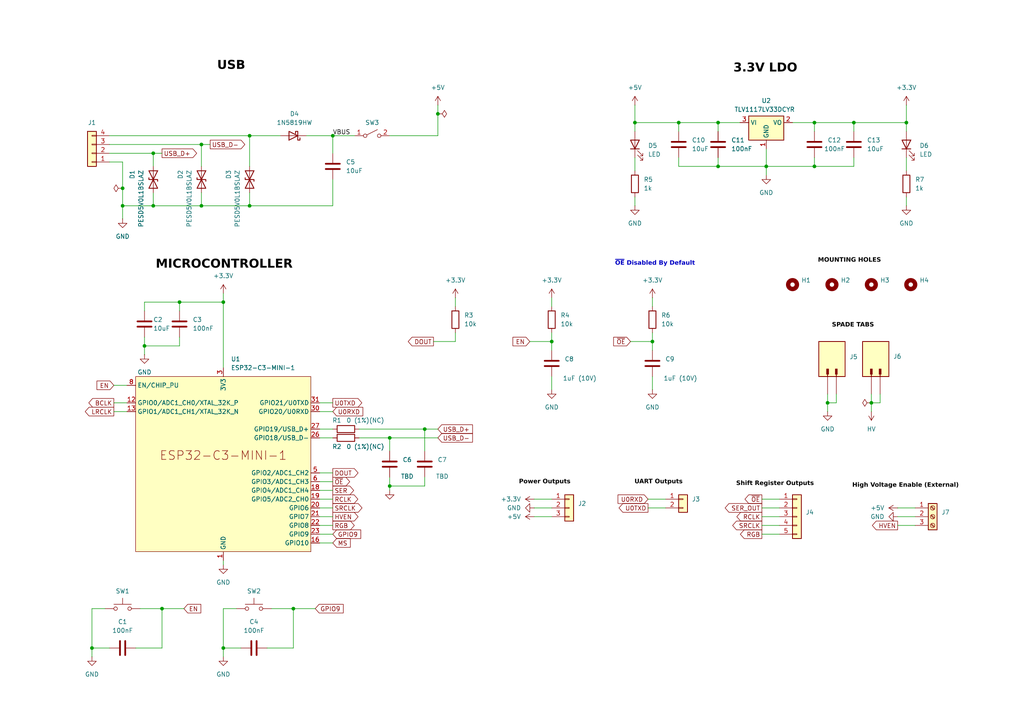
<source format=kicad_sch>
(kicad_sch (version 20231120) (generator "eeschema") (generator_version "8.0")
  (paper "A4")
  (title_block (date "2024-05-22") (company "Newell Jensen"))
  (lib_symbols
    (symbol "1287:1287" (pin_numbers hide) (pin_names (offset 1.016) hide)
      (property "Reference" "J" (at -5.08 5.842 0))
      (property "Value" "1287" (at -5.08 -5.08 0))
      (symbol "1287_0_0"
        (pin passive line (at -10.16 2.54 0) (length 5.08) (name "1_1") (number "1_1"))
        (pin passive line (at -10.16 0 0) (length 5.08) (name "1_2") (number "1_2"))
      )
    )
    (symbol "Connector:Screw_Terminal_01x03" (pin_names (offset 1.016) hide)
      (property "Reference" "J" (at 0 5.08 0))
      (property "Value" "Screw_Terminal_01x03" (at 0 -5.08 0))
      (symbol "Screw_Terminal_01x03_1_1"
        (pin passive line (at -5.08 2.54 0) (length 3.81) (name "Pin_1") (number "1"))
        (pin passive line (at -5.08 0 0) (length 3.81) (name "Pin_2") (number "2"))
        (pin passive line (at -5.08 -2.54 0) (length 3.81) (name "Pin_3") (number "3"))
      )
    )
    (symbol "Connector_Generic:Conn_01x02" (pin_names (offset 1.016) hide)
      (property "Reference" "J" (at 0 2.54 0))
      (property "Value" "Conn_01x02" (at 0 -5.08 0))
      (symbol "Conn_01x02_1_1"
        (pin passive line (at -5.08 0 0) (length 3.81) (name "Pin_1") (number "1"))
        (pin passive line (at -5.08 -2.54 0) (length 3.81) (name "Pin_2") (number "2"))
      )
    )
    (symbol "Connector_Generic:Conn_01x03" (pin_names (offset 1.016) hide)
      (property "Reference" "J" (at 0 5.08 0))
      (property "Value" "Conn_01x03" (at 0 -5.08 0))
      (symbol "Conn_01x03_1_1"
        (pin passive line (at -5.08 2.54 0) (length 3.81) (name "Pin_1") (number "1"))
        (pin passive line (at -5.08 0 0) (length 3.81) (name "Pin_2") (number "2"))
        (pin passive line (at -5.08 -2.54 0) (length 3.81) (name "Pin_3") (number "3"))
      )
    )
    (symbol "Connector_Generic:Conn_01x04" (pin_names (offset 1.016) hide)
      (property "Reference" "J" (at 0 5.08 0))
      (property "Value" "Conn_01x04" (at 0 -7.62 0))
      (symbol "Conn_01x04_1_1"
        (pin passive line (at -5.08 2.54 0) (length 3.81) (name "Pin_1") (number "1"))
        (pin passive line (at -5.08 0 0) (length 3.81) (name "Pin_2") (number "2"))
        (pin passive line (at -5.08 -2.54 0) (length 3.81) (name "Pin_3") (number "3"))
        (pin passive line (at -5.08 -5.08 0) (length 3.81) (name "Pin_4") (number "4"))
      )
    )
    (symbol "Connector_Generic:Conn_01x05" (pin_names (offset 1.016) hide)
      (property "Reference" "J" (at 0 7.62 0))
      (property "Value" "Conn_01x05" (at 0 -7.62 0))
      (symbol "Conn_01x05_1_1"
        (pin passive line (at -5.08 5.08 0) (length 3.81) (name "Pin_1") (number "1"))
        (pin passive line (at -5.08 2.54 0) (length 3.81) (name "Pin_2") (number "2"))
        (pin passive line (at -5.08 0 0) (length 3.81) (name "Pin_3") (number "3"))
        (pin passive line (at -5.08 -2.54 0) (length 3.81) (name "Pin_4") (number "4"))
        (pin passive line (at -5.08 -5.08 0) (length 3.81) (name "Pin_5") (number "5"))
      )
    )
    (symbol "Device:C" (pin_numbers hide) (pin_names (offset 0.254))
      (property "Reference" "C" (at 0.635 2.54 0))
      (property "Value" "C" (at 0.635 -2.54 0))
      (symbol "C_1_1"
        (pin passive line (at 0 3.81 270) (length 2.794) (name "~") (number "1"))
        (pin passive line (at 0 -3.81 90) (length 2.794) (name "~") (number "2"))
      )
    )
    (symbol "Device:D_TVS" (pin_numbers hide) (pin_names (offset 1.016) hide)
      (property "Reference" "D" (at 0 2.54 0))
      (property "Value" "D_TVS" (at 0 -2.54 0))
      (symbol "D_TVS_1_1"
        (pin passive line (at -3.81 0 0) (length 2.54) (name "A1") (number "1"))
        (pin passive line (at 3.81 0 180) (length 2.54) (name "A2") (number "2"))
      )
    )
    (symbol "Device:LED" (pin_numbers hide) (pin_names (offset 1.016) hide)
      (property "Reference" "D" (at 0 2.54 0))
      (property "Value" "LED" (at 0 -2.54 0))
      (symbol "LED_1_1"
        (pin passive line (at -3.81 0 0) (length 2.54) (name "K") (number "1"))
        (pin passive line (at 3.81 0 180) (length 2.54) (name "A") (number "2"))
      )
    )
    (symbol "Device:R" (pin_numbers hide) (pin_names (offset 0))
      (property "Reference" "R" (at 2.032 0 90))
      (property "Value" "R" (at 0 0 90))
      (symbol "R_1_1"
        (pin passive line (at 0 3.81 270) (length 1.27) (name "~") (number "1"))
        (pin passive line (at 0 -3.81 90) (length 1.27) (name "~") (number "2"))
      )
    )
    (symbol "Diode:1N5819WS" (pin_numbers hide) (pin_names (offset 1.016) hide)
      (property "Reference" "D" (at 0 2.54 0))
      (property "Value" "1N5819WS" (at 0 -2.54 0))
      (symbol "1N5819WS_1_1"
        (pin passive line (at -3.81 0 0) (length 2.54) (name "K") (number "1"))
        (pin passive line (at 3.81 0 180) (length 2.54) (name "A") (number "2"))
      )
    )
    (symbol "GND_1" (power) (pin_numbers hide) (pin_names (offset 0) hide)
      (property "Value" "GND" (at 0 -3.81 0))
      (symbol "GND_1_1_1"
        (pin power_in line (at 0 0 270) (length 0) (name "~") (number "1"))
      )
    )
    (symbol "LED_1" (pin_numbers hide) (pin_names (offset 1.016) hide)
      (property "Reference" "D" (at 0 2.54 0))
      (property "Value" "LED" (at 0 -2.54 0))
      (symbol "LED_1_1_1"
        (pin passive line (at -3.81 0 0) (length 2.54) (name "K") (number "1"))
        (pin passive line (at 3.81 0 180) (length 2.54) (name "A") (number "2"))
      )
    )
    (symbol "Mechanical:MountingHole" (pin_names (offset 1.016)) (exclude_from_sim yes) (in_bom no)
      (property "Reference" "H" (at 0 5.08 0))
      (property "Value" "MountingHole" (at 0 3.175 0))
    )
    (symbol "PCM_Espressif:ESP32-C3-MINI-1"
      (property "Reference" "U" (at -25.4 30.48 0))
      (property "Value" "ESP32-C3-MINI-1" (at -25.4 27.94 0))
      (symbol "ESP32-C3-MINI-1_0_0"
        (text "ESP32-C3-MINI-1" (at 0 2.54 0) (effects (font (size 2.54 2.54))))
      )
      (symbol "ESP32-C3-MINI-1_1_1"
        (pin power_in line (at 0 -27.94 90) (length 2.54) (name "GND") (number "1"))
        (pin no_connect line (at -25.4 2.54 0) (length 2.54) hide (name "NC") (number "10"))
        (pin passive line (at 0 -27.94 90) (length 2.54) hide (name "GND") (number "11"))
        (pin bidirectional line (at -27.94 17.78 0) (length 2.54) (name "GPIO0/ADC1_CH0/XTAL_32K_P") (number "12"))
        (pin bidirectional line (at -27.94 15.24 0) (length 2.54) (name "GPIO1/ADC1_CH1/XTAL_32K_N") (number "13"))
        (pin passive line (at 0 -27.94 90) (length 2.54) hide (name "GND") (number "14"))
        (pin no_connect line (at -25.4 0 0) (length 2.54) hide (name "NC") (number "15"))
        (pin bidirectional line (at 27.94 -22.86 180) (length 2.54) (name "GPIO10") (number "16"))
        (pin no_connect line (at -25.4 -2.54 0) (length 2.54) hide (name "NC") (number "17"))
        (pin bidirectional line (at 27.94 -7.62 180) (length 2.54) (name "GPIO4/ADC1_CH4") (number "18"))
        (pin bidirectional line (at 27.94 -10.16 180) (length 2.54) (name "GPIO5/ADC2_CH0") (number "19"))
        (pin passive line (at 0 -27.94 90) (length 2.54) hide (name "GND") (number "2"))
        (pin bidirectional line (at 27.94 -12.7 180) (length 2.54) (name "GPIO6") (number "20"))
        (pin bidirectional line (at 27.94 -15.24 180) (length 2.54) (name "GPIO7") (number "21"))
        (pin bidirectional line (at 27.94 -17.78 180) (length 2.54) (name "GPIO8") (number "22"))
        (pin bidirectional line (at 27.94 -20.32 180) (length 2.54) (name "GPIO9") (number "23"))
        (pin no_connect line (at -25.4 -5.08 0) (length 2.54) hide (name "NC") (number "24"))
        (pin no_connect line (at -25.4 -7.62 0) (length 2.54) hide (name "NC") (number "25"))
        (pin bidirectional line (at 27.94 7.62 180) (length 2.54) (name "GPIO18/USB_D-") (number "26"))
        (pin bidirectional line (at 27.94 10.16 180) (length 2.54) (name "GPIO19/USB_D+") (number "27"))
        (pin no_connect line (at -25.4 -10.16 0) (length 2.54) hide (name "NC") (number "28"))
        (pin no_connect line (at -25.4 -12.7 0) (length 2.54) hide (name "NC") (number "29"))
        (pin power_in line (at 0 27.94 270) (length 2.54) (name "3V3") (number "3"))
        (pin bidirectional line (at 27.94 15.24 180) (length 2.54) (name "GPIO20/U0RXD") (number "30"))
        (pin bidirectional line (at 27.94 17.78 180) (length 2.54) (name "GPIO21/U0TXD") (number "31"))
        (pin no_connect line (at -25.4 -15.24 0) (length 2.54) hide (name "NC") (number "32"))
        (pin no_connect line (at -25.4 -17.78 0) (length 2.54) hide (name "NC") (number "33"))
        (pin no_connect line (at -25.4 -20.32 0) (length 2.54) hide (name "NC") (number "34"))
        (pin no_connect line (at -25.4 -22.86 0) (length 2.54) hide (name "NC") (number "35"))
        (pin passive line (at 0 -27.94 90) (length 2.54) hide (name "GND") (number "36"))
        (pin passive line (at 0 -27.94 90) (length 2.54) hide (name "GND") (number "37"))
        (pin passive line (at 0 -27.94 90) (length 2.54) hide (name "GND") (number "38"))
        (pin passive line (at 0 -27.94 90) (length 2.54) hide (name "GND") (number "39"))
        (pin no_connect line (at -25.4 10.16 0) (length 2.54) hide (name "NC") (number "4"))
        (pin passive line (at 0 -27.94 90) (length 2.54) hide (name "GND") (number "40"))
        (pin passive line (at 0 -27.94 90) (length 2.54) hide (name "GND") (number "41"))
        (pin passive line (at 0 -27.94 90) (length 2.54) hide (name "GND") (number "42"))
        (pin passive line (at 0 -27.94 90) (length 2.54) hide (name "GND") (number "43"))
        (pin passive line (at 0 -27.94 90) (length 2.54) hide (name "GND") (number "44"))
        (pin passive line (at 0 -27.94 90) (length 2.54) hide (name "GND") (number "45"))
        (pin passive line (at 0 -27.94 90) (length 2.54) hide (name "GND") (number "46"))
        (pin passive line (at 0 -27.94 90) (length 2.54) hide (name "GND") (number "47"))
        (pin passive line (at 0 -27.94 90) (length 2.54) hide (name "GND") (number "48"))
        (pin passive line (at 0 -27.94 90) (length 2.54) hide (name "GND") (number "49"))
        (pin bidirectional line (at 27.94 -2.54 180) (length 2.54) (name "GPIO2/ADC1_CH2") (number "5"))
        (pin passive line (at 0 -27.94 90) (length 2.54) hide (name "GND") (number "50"))
        (pin passive line (at 0 -27.94 90) (length 2.54) hide (name "GND") (number "51"))
        (pin passive line (at 0 -27.94 90) (length 2.54) hide (name "GND") (number "52"))
        (pin passive line (at 0 -27.94 90) (length 2.54) hide (name "GND") (number "53"))
        (pin bidirectional line (at 27.94 -5.08 180) (length 2.54) (name "GPIO3/ADC1_CH3") (number "6"))
        (pin no_connect line (at -25.4 7.62 0) (length 2.54) hide (name "NC") (number "7"))
        (pin input line (at -27.94 22.86 0) (length 2.54) (name "EN/CHIP_PU") (number "8"))
        (pin no_connect line (at -25.4 5.08 0) (length 2.54) hide (name "NC") (number "9"))
      )
    )
    (symbol "Regulator_Linear:LD1117S33TR_SOT223"
      (property "Reference" "U" (at -3.81 3.175 0))
      (property "Value" "LD1117S33TR_SOT223" (at 0 3.175 0))
      (symbol "LD1117S33TR_SOT223_1_1"
        (pin power_in line (at 0 -7.62 90) (length 2.54) (name "GND") (number "1"))
        (pin power_out line (at 7.62 0 180) (length 2.54) (name "VO") (number "2"))
        (pin power_in line (at -7.62 0 0) (length 2.54) (name "VI") (number "3"))
      )
    )
    (symbol "Switch:SW_Push" (pin_numbers hide) (pin_names (offset 1.016) hide)
      (property "Reference" "SW" (at 1.27 2.54 0))
      (property "Value" "SW_Push" (at 0 -1.524 0))
      (symbol "SW_Push_0_1"
        (pin passive line (at -5.08 0 0) (length 2.54) (name "1") (number "1"))
        (pin passive line (at 5.08 0 180) (length 2.54) (name "2") (number "2"))
      )
    )
    (symbol "Switch:SW_SPST" (pin_names (offset 0) hide)
      (property "Reference" "SW" (at 0 3.175 0))
      (property "Value" "SW_SPST" (at 0 -2.54 0))
      (symbol "SW_SPST_1_1"
        (pin passive line (at -5.08 0 0) (length 2.54) (name "A") (number "1"))
        (pin passive line (at 5.08 0 180) (length 2.54) (name "B") (number "2"))
      )
    )
    (symbol "power:+3.3V" (power) (pin_numbers hide) (pin_names (offset 0) hide)
      (property "Value" "+3.3V" (at 0 3.556 0))
      (symbol "+3.3V_1_1"
        (pin power_in line (at 0 0 90) (length 0) (name "~") (number "1"))
      )
    )
    (symbol "power:+48V" (power) (pin_numbers hide) (pin_names (offset 0) hide)
      (property "Value" "+48V" (at 0 3.556 0))
      (symbol "+48V_1_1"
        (pin power_in line (at 0 0 90) (length 0) (name "~") (number "1"))
      )
    )
    (symbol "power:+5V" (power) (pin_numbers hide) (pin_names (offset 0) hide)
      (property "Value" "+5V" (at 0 3.556 0))
      (symbol "+5V_1_1"
        (pin power_in line (at 0 0 90) (length 0) (name "~") (number "1"))
      )
    )
    (symbol "power:GND" (power) (pin_numbers hide) (pin_names (offset 0) hide)
      (property "Value" "GND" (at 0 -3.81 0))
      (symbol "GND_1_1"
        (pin power_in line (at 0 0 270) (length 0) (name "~") (number "1"))
      )
    )
    (symbol "power:PWR_FLAG" (power) (pin_numbers hide) (pin_names (offset 0) hide)
      (property "Value" "PWR_FLAG" (at 0 3.81 0))
      (symbol "PWR_FLAG_0_0"
        (pin power_out line (at 0 0 90) (length 0) (name "~") (number "1"))
      )
    )
  )
  (junction (at 35.56 54.61))
  (junction (at 160.02 99.06))
  (junction (at 72.39 39.37))
  (junction (at 252.73 116.84))
  (junction (at 64.77 187.96))
  (junction (at 236.22 35.56))
  (junction (at 189.23 99.06))
  (junction (at 85.09 176.53))
  (junction (at 113.03 140.97))
  (junction (at 52.07 87.63))
  (junction (at 35.56 59.69))
  (junction (at 41.91 100.33))
  (junction (at 58.42 59.69))
  (junction (at 72.39 59.69))
  (junction (at 113.03 127))
  (junction (at 236.22 48.26))
  (junction (at 240.03 116.84))
  (junction (at 96.52 39.37))
  (junction (at 26.67 187.96))
  (junction (at 184.15 35.56))
  (junction (at 58.42 41.91))
  (junction (at 208.28 35.56))
  (junction (at 262.89 35.56))
  (junction (at 44.45 44.45))
  (junction (at 196.85 35.56))
  (junction (at 123.19 124.46))
  (junction (at 247.65 35.56))
  (junction (at 127 33.02))
  (junction (at 46.99 176.53))
  (junction (at 222.25 48.26))
  (junction (at 208.28 48.26))
  (junction (at 64.77 87.63))
  (junction (at 44.45 59.69))
  (wire (pts (xy 184.15 57.15) (xy 184.15 59.69)))
  (wire (pts (xy 222.25 48.26) (xy 236.22 48.26)))
  (wire (pts (xy 236.22 48.26) (xy 247.65 48.26)))
  (wire (pts (xy 262.89 35.56) (xy 262.89 38.1)))
  (wire (pts (xy 41.91 100.33) (xy 41.91 102.87)))
  (wire (pts (xy 220.98 144.78) (xy 226.06 144.78)))
  (wire (pts (xy 33.02 119.38) (xy 36.83 119.38)))
  (wire (pts (xy 40.64 176.53) (xy 46.99 176.53)))
  (wire (pts (xy 72.39 39.37) (xy 81.28 39.37)))
  (wire (pts (xy 196.85 48.26) (xy 208.28 48.26)))
  (wire (pts (xy 222.25 43.18) (xy 222.25 48.26)))
  (wire (pts (xy 72.39 59.69) (xy 96.52 59.69)))
  (wire (pts (xy 187.96 147.32) (xy 193.04 147.32)))
  (wire (pts (xy 85.09 176.53) (xy 91.44 176.53)))
  (wire (pts (xy 153.67 99.06) (xy 160.02 99.06)))
  (wire (pts (xy 104.14 127) (xy 113.03 127)))
  (wire (pts (xy 220.98 154.94) (xy 226.06 154.94)))
  (wire (pts (xy 92.71 124.46) (xy 96.52 124.46)))
  (wire (pts (xy 92.71 127) (xy 96.52 127)))
  (wire (pts (xy 154.94 144.78) (xy 160.02 144.78)))
  (wire (pts (xy 189.23 96.52) (xy 189.23 99.06)))
  (wire (pts (xy 33.02 111.76) (xy 36.83 111.76)))
  (wire (pts (xy 240.03 116.84) (xy 240.03 119.38)))
  (wire (pts (xy 92.71 154.94) (xy 96.52 154.94)))
  (wire (pts (xy 68.58 176.53) (xy 64.77 176.53)))
  (wire (pts (xy 31.75 44.45) (xy 44.45 44.45)))
  (wire (pts (xy 92.71 147.32) (xy 96.52 147.32)))
  (wire (pts (xy 64.77 176.53) (xy 64.77 187.96)))
  (wire (pts (xy 77.47 187.96) (xy 85.09 187.96)))
  (wire (pts (xy 247.65 35.56) (xy 262.89 35.56)))
  (wire (pts (xy 189.23 86.36) (xy 189.23 88.9)))
  (wire (pts (xy 132.08 86.36) (xy 132.08 88.9)))
  (wire (pts (xy 31.75 39.37) (xy 72.39 39.37)))
  (wire (pts (xy 72.39 39.37) (xy 72.39 48.26)))
  (wire (pts (xy 64.77 85.09) (xy 64.77 87.63)))
  (wire (pts (xy 184.15 35.56) (xy 196.85 35.56)))
  (wire (pts (xy 92.71 119.38) (xy 96.52 119.38)))
  (wire (pts (xy 208.28 48.26) (xy 222.25 48.26)))
  (wire (pts (xy 222.25 48.26) (xy 222.25 50.8)))
  (wire (pts (xy 44.45 44.45) (xy 46.99 44.45)))
  (wire (pts (xy 262.89 30.48) (xy 262.89 35.56)))
  (wire (pts (xy 184.15 35.56) (xy 184.15 38.1)))
  (wire (pts (xy 160.02 99.06) (xy 160.02 101.6)))
  (wire (pts (xy 64.77 87.63) (xy 64.77 106.68)))
  (wire (pts (xy 52.07 97.79) (xy 52.07 100.33)))
  (wire (pts (xy 104.14 124.46) (xy 123.19 124.46)))
  (wire (pts (xy 26.67 187.96) (xy 26.67 190.5)))
  (wire (pts (xy 160.02 96.52) (xy 160.02 99.06)))
  (wire (pts (xy 58.42 59.69) (xy 72.39 59.69)))
  (wire (pts (xy 127 30.48) (xy 127 33.02)))
  (wire (pts (xy 247.65 35.56) (xy 247.65 38.1)))
  (wire (pts (xy 123.19 124.46) (xy 127 124.46)))
  (wire (pts (xy 44.45 59.69) (xy 58.42 59.69)))
  (wire (pts (xy 236.22 35.56) (xy 236.22 38.1)))
  (wire (pts (xy 196.85 35.56) (xy 208.28 35.56)))
  (wire (pts (xy 26.67 176.53) (xy 26.67 187.96)))
  (wire (pts (xy 247.65 45.72) (xy 247.65 48.26)))
  (wire (pts (xy 160.02 86.36) (xy 160.02 88.9)))
  (wire (pts (xy 85.09 187.96) (xy 85.09 176.53)))
  (wire (pts (xy 123.19 124.46) (xy 123.19 130.81)))
  (wire (pts (xy 262.89 57.15) (xy 262.89 59.69)))
  (wire (pts (xy 96.52 39.37) (xy 96.52 44.45)))
  (wire (pts (xy 92.71 157.48) (xy 96.52 157.48)))
  (wire (pts (xy 46.99 187.96) (xy 46.99 176.53)))
  (wire (pts (xy 52.07 87.63) (xy 64.77 87.63)))
  (wire (pts (xy 72.39 55.88) (xy 72.39 59.69)))
  (wire (pts (xy 44.45 55.88) (xy 44.45 59.69)))
  (wire (pts (xy 58.42 41.91) (xy 58.42 48.26)))
  (wire (pts (xy 41.91 87.63) (xy 52.07 87.63)))
  (wire (pts (xy 92.71 139.7) (xy 96.52 139.7)))
  (wire (pts (xy 35.56 59.69) (xy 35.56 63.5)))
  (wire (pts (xy 189.23 99.06) (xy 189.23 101.6)))
  (wire (pts (xy 92.71 116.84) (xy 96.52 116.84)))
  (wire (pts (xy 242.57 114.3) (xy 242.57 116.84)))
  (wire (pts (xy 92.71 137.16) (xy 96.52 137.16)))
  (wire (pts (xy 31.75 41.91) (xy 58.42 41.91)))
  (wire (pts (xy 58.42 55.88) (xy 58.42 59.69)))
  (wire (pts (xy 41.91 87.63) (xy 41.91 90.17)))
  (wire (pts (xy 41.91 97.79) (xy 41.91 100.33)))
  (wire (pts (xy 52.07 100.33) (xy 41.91 100.33)))
  (wire (pts (xy 220.98 152.4) (xy 226.06 152.4)))
  (wire (pts (xy 154.94 147.32) (xy 160.02 147.32)))
  (wire (pts (xy 160.02 109.22) (xy 160.02 113.03)))
  (wire (pts (xy 184.15 30.48) (xy 184.15 35.56)))
  (wire (pts (xy 123.19 140.97) (xy 113.03 140.97)))
  (wire (pts (xy 46.99 176.53) (xy 53.34 176.53)))
  (wire (pts (xy 92.71 149.86) (xy 96.52 149.86)))
  (wire (pts (xy 189.23 109.22) (xy 189.23 113.03)))
  (wire (pts (xy 64.77 162.56) (xy 64.77 163.83)))
  (wire (pts (xy 35.56 59.69) (xy 44.45 59.69)))
  (wire (pts (xy 240.03 114.3) (xy 240.03 116.84)))
  (wire (pts (xy 31.75 46.99) (xy 35.56 46.99)))
  (wire (pts (xy 260.35 149.86) (xy 265.43 149.86)))
  (wire (pts (xy 208.28 35.56) (xy 208.28 38.1)))
  (wire (pts (xy 125.73 99.06) (xy 132.08 99.06)))
  (wire (pts (xy 127 39.37) (xy 127 33.02)))
  (wire (pts (xy 220.98 149.86) (xy 226.06 149.86)))
  (wire (pts (xy 187.96 144.78) (xy 193.04 144.78)))
  (wire (pts (xy 240.03 116.84) (xy 242.57 116.84)))
  (wire (pts (xy 123.19 138.43) (xy 123.19 140.97)))
  (wire (pts (xy 208.28 45.72) (xy 208.28 48.26)))
  (wire (pts (xy 208.28 35.56) (xy 214.63 35.56)))
  (wire (pts (xy 255.27 114.3) (xy 255.27 116.84)))
  (wire (pts (xy 64.77 187.96) (xy 69.85 187.96)))
  (wire (pts (xy 96.52 39.37) (xy 102.87 39.37)))
  (wire (pts (xy 236.22 35.56) (xy 247.65 35.56)))
  (wire (pts (xy 35.56 54.61) (xy 35.56 59.69)))
  (wire (pts (xy 113.03 138.43) (xy 113.03 140.97)))
  (wire (pts (xy 58.42 41.91) (xy 60.96 41.91)))
  (wire (pts (xy 113.03 140.97) (xy 113.03 142.24)))
  (wire (pts (xy 52.07 87.63) (xy 52.07 90.17)))
  (wire (pts (xy 44.45 44.45) (xy 44.45 48.26)))
  (wire (pts (xy 196.85 35.56) (xy 196.85 38.1)))
  (wire (pts (xy 33.02 116.84) (xy 36.83 116.84)))
  (wire (pts (xy 64.77 187.96) (xy 64.77 190.5)))
  (wire (pts (xy 26.67 187.96) (xy 31.75 187.96)))
  (wire (pts (xy 92.71 152.4) (xy 96.52 152.4)))
  (wire (pts (xy 196.85 45.72) (xy 196.85 48.26)))
  (wire (pts (xy 252.73 114.3) (xy 252.73 116.84)))
  (wire (pts (xy 184.15 45.72) (xy 184.15 49.53)))
  (wire (pts (xy 132.08 96.52) (xy 132.08 99.06)))
  (wire (pts (xy 113.03 127) (xy 127 127)))
  (wire (pts (xy 92.71 144.78) (xy 96.52 144.78)))
  (wire (pts (xy 96.52 52.07) (xy 96.52 59.69)))
  (wire (pts (xy 78.74 176.53) (xy 85.09 176.53)))
  (wire (pts (xy 35.56 46.99) (xy 35.56 54.61)))
  (wire (pts (xy 160.02 149.86) (xy 154.94 149.86)))
  (wire (pts (xy 30.48 176.53) (xy 26.67 176.53)))
  (wire (pts (xy 236.22 45.72) (xy 236.22 48.26)))
  (wire (pts (xy 265.43 147.32) (xy 260.35 147.32)))
  (wire (pts (xy 182.88 99.06) (xy 189.23 99.06)))
  (wire (pts (xy 252.73 116.84) (xy 252.73 119.38)))
  (wire (pts (xy 262.89 45.72) (xy 262.89 49.53)))
  (wire (pts (xy 229.87 35.56) (xy 236.22 35.56)))
  (wire (pts (xy 255.27 116.84) (xy 252.73 116.84)))
  (wire (pts (xy 113.03 39.37) (xy 127 39.37)))
  (wire (pts (xy 88.9 39.37) (xy 96.52 39.37)))
  (wire (pts (xy 260.35 152.4) (xy 265.43 152.4)))
  (wire (pts (xy 113.03 127) (xy 113.03 130.81)))
  (wire (pts (xy 92.71 142.24) (xy 96.52 142.24)))
  (wire (pts (xy 39.37 187.96) (xy 46.99 187.96)))
  (wire (pts (xy 220.98 147.32) (xy 226.06 147.32)))
  (text "USB" (at 67.056 19.812 0) (effects (font (size 2.54 2.54) (thickness 0.508) (bold yes))))
  (text "3.3V LDO" (at 221.996 20.574 0) (effects (font (size 2.54 2.54) (thickness 0.508) (bold yes))))
  (text "SPADE TABS" (at 247.396 94.742 0) (effects (font (size 1.27 1.27) (thickness 0.508) (bold yes))))
  (text "High Voltage Enable (External)" (at 262.636 141.224 0) (effects (font (size 1.27 1.27) (thickness 0.508) (bold yes))))
  (text "MOUNTING HOLES" (at 246.38 75.946 0) (effects (font (size 1.27 1.27) (thickness 0.508) (bold yes))))
  (text "Shift Register Outputs" (at 224.79 140.716 0) (effects (font (size 1.27 1.27) (thickness 0.508) (bold yes))))
  (text "Power Outputs" (at 157.988 140.208 0) (effects (font (size 1.27 1.27) (thickness 0.508) (bold yes))))
  (text "UART Outputs" (at 191.008 140.208 0) (effects (font (size 1.27 1.27) (thickness 0.508) (bold yes))))
  (text "MICROCONTROLLER" (at 65.024 77.47 0) (effects (font (size 2.54 2.54) (thickness 0.508) (bold yes))))
  (text "~{OE} Disabled By Default" (at 189.992 76.962 0) (effects (font (size 1.27 1.27) (thickness 0.254) (bold yes))))
  (label "VBUS" (at 96.52 39.37 0))
  (global_label "GPIO9" (shape input) (at 91.44 176.53 0) (property "Intersheetrefs" "${INTERSHEET_REFS}" (effects (hide yes))))
  (global_label "USB_D+" (shape output) (at 46.99 44.45 0) (property "Intersheetrefs" "${INTERSHEET_REFS}" (effects (hide yes))))
  (global_label "~{OE}" (shape input) (at 182.88 99.06 180) (property "Intersheetrefs" "${INTERSHEET_REFS}" (effects (hide yes))))
  (global_label "SRCLK" (shape output) (at 220.98 152.4 180) (property "Intersheetrefs" "${INTERSHEET_REFS}" (effects (hide yes))))
  (global_label "DOUT" (shape output) (at 96.52 137.16 0) (property "Intersheetrefs" "${INTERSHEET_REFS}" (effects (hide yes))))
  (global_label "EN" (shape input) (at 53.34 176.53 0) (property "Intersheetrefs" "${INTERSHEET_REFS}" (effects (hide yes))))
  (global_label "LRCLK" (shape output) (at 33.02 119.38 180) (property "Intersheetrefs" "${INTERSHEET_REFS}" (effects (hide yes))))
  (global_label "USB_D-" (shape output) (at 60.96 41.91 0) (property "Intersheetrefs" "${INTERSHEET_REFS}" (effects (hide yes))))
  (global_label "USB_D+" (shape input) (at 127 124.46 0) (property "Intersheetrefs" "${INTERSHEET_REFS}" (effects (hide yes))))
  (global_label "SER" (shape output) (at 96.52 142.24 0) (property "Intersheetrefs" "${INTERSHEET_REFS}" (effects (hide yes))))
  (global_label "GPIO9" (shape input) (at 96.52 154.94 0) (property "Intersheetrefs" "${INTERSHEET_REFS}" (effects (hide yes))))
  (global_label "USB_D-" (shape input) (at 127 127 0) (property "Intersheetrefs" "${INTERSHEET_REFS}" (effects (hide yes))))
  (global_label "BCLK" (shape output) (at 33.02 116.84 180) (property "Intersheetrefs" "${INTERSHEET_REFS}" (effects (hide yes))))
  (global_label "U0TXD" (shape output) (at 96.52 116.84 0) (property "Intersheetrefs" "${INTERSHEET_REFS}" (effects (hide yes))))
  (global_label "RCLK" (shape output) (at 96.52 144.78 0) (property "Intersheetrefs" "${INTERSHEET_REFS}" (effects (hide yes))))
  (global_label "~{OE}" (shape output) (at 96.52 139.7 0) (property "Intersheetrefs" "${INTERSHEET_REFS}" (effects (hide yes))))
  (global_label "HVEN" (shape output) (at 260.35 152.4 180) (property "Intersheetrefs" "${INTERSHEET_REFS}" (effects (hide yes))))
  (global_label "RCLK" (shape output) (at 220.98 149.86 180) (property "Intersheetrefs" "${INTERSHEET_REFS}" (effects (hide yes))))
  (global_label "U0RXD" (shape input) (at 187.96 144.78 180) (property "Intersheetrefs" "${INTERSHEET_REFS}" (effects (hide yes))))
  (global_label "U0RXD" (shape input) (at 96.52 119.38 0) (property "Intersheetrefs" "${INTERSHEET_REFS}" (effects (hide yes))))
  (global_label "EN" (shape input) (at 153.67 99.06 180) (property "Intersheetrefs" "${INTERSHEET_REFS}" (effects (hide yes))))
  (global_label "MS" (shape input) (at 96.52 157.48 0) (property "Intersheetrefs" "${INTERSHEET_REFS}" (effects (hide yes))))
  (global_label "RGB" (shape output) (at 96.52 152.4 0) (property "Intersheetrefs" "${INTERSHEET_REFS}" (effects (hide yes))))
  (global_label "RGB" (shape output) (at 220.98 154.94 180) (property "Intersheetrefs" "${INTERSHEET_REFS}" (effects (hide yes))))
  (global_label "U0TXD" (shape output) (at 187.96 147.32 180) (property "Intersheetrefs" "${INTERSHEET_REFS}" (effects (hide yes))))
  (global_label "SER_OUT" (shape output) (at 220.98 147.32 180) (property "Intersheetrefs" "${INTERSHEET_REFS}" (effects (hide yes))))
  (global_label "DOUT" (shape output) (at 125.73 99.06 180) (property "Intersheetrefs" "${INTERSHEET_REFS}" (effects (hide yes))))
  (global_label "SRCLK" (shape output) (at 96.52 147.32 0) (property "Intersheetrefs" "${INTERSHEET_REFS}" (effects (hide yes))))
  (global_label "~{OE}" (shape output) (at 220.98 144.78 180) (property "Intersheetrefs" "${INTERSHEET_REFS}" (effects (hide yes))))
  (global_label "HVEN" (shape output) (at 96.52 149.86 0) (property "Intersheetrefs" "${INTERSHEET_REFS}" (effects (hide yes))))
  (global_label "EN" (shape input) (at 33.02 111.76 180) (property "Intersheetrefs" "${INTERSHEET_REFS}" (effects (hide yes))))
  (symbol (lib_id "Device:C") (at 189.23 105.41 180) (unit 1)
    (property "Reference" "C9" (at 194.31 104.14 0))
    (property "Value" "1uF (10V)" (at 197.358 109.728 0))
    (property "Footprint" "Capacitor_SMD:C_0805_2012Metric_Pad1.18x1.45mm_HandSolder" (effects (hide yes)))
    (property "Description" "Unpolarized capacitor" (effects (hide yes)))
    (property "Manufacturer_Part_Number" "GRM21BR71C105KA01L" (effects (hide yes)))
    (instances (project "clock" (path "" (reference "C9") (unit 1))) (project "controller" (path "" (reference "C?") (unit 1))))
  )
  (symbol (lib_id "Connector_Generic:Conn_01x05") (at 231.14 149.86 0) (unit 1)
    (property "Reference" "J4" (at 233.68 148.5899 0) (effects (justify left)))
    (property "Value" "Conn_01x05" (effects (hide yes)))
    (property "Footprint" "Connector_PinHeader_2.54mm:PinHeader_1x05_P2.54mm_Vertical" (effects (hide yes)))
    (property "Description" "Generic connector, single row, 01x05, script generated (kicad-library-utils/schlib/autogen/connector/)" (effects (hide yes)))
    (instances (project "clock" (path "" (reference "J4") (unit 1))) (project "controller" (path "" (reference "J?") (unit 1))))
  )
  (symbol (lib_id "Device:C") (at 35.56 187.96 270) (unit 1)
    (property "Reference" "C1" (at 35.56 180.34 90))
    (property "Value" "100nF" (at 35.56 182.88 90))
    (property "Footprint" "Capacitor_SMD:C_0805_2012Metric_Pad1.18x1.45mm_HandSolder" (effects (hide yes)))
    (property "Description" "Unpolarized capacitor" (effects (hide yes)))
    (property "Manufacturer_Part_Number" "CC0805JRX7R9BB104" (effects (hide yes)))
    (instances (project "clock" (path "" (reference "C1") (unit 1))) (project "controller" (path "" (reference "C?") (unit 1))))
  )
  (symbol (lib_id "Device:R") (at 100.33 124.46 90) (unit 1)
    (property "Reference" "R1" (at 99.0599 121.92 90) (effects (justify left)))
    (property "Value" "0 (1%)(NC)" (at 111.506 121.92 90) (effects (justify left)))
    (property "Footprint" "Resistor_SMD:R_0805_2012Metric_Pad1.20x1.40mm_HandSolder" (effects (hide yes)))
    (property "Description" "Resistor" (effects (hide yes)))
    (property "Manufacturer_Part_Number" "RC0805FR-130RL" (effects (hide yes)))
    (instances (project "clock" (path "" (reference "R1") (unit 1))) (project "controller" (path "" (reference "R?") (unit 1))))
  )
  (symbol (lib_id "power:GND") (at 26.67 190.5 0) (unit 1)
    (property "Reference" "#PWR01" (effects (hide yes)))
    (property "Value" "GND" (at 26.67 195.58 0))
    (property "Description" "Power symbol creates a global label with name \"GND\" , ground" (effects (hide yes)))
  )
  (symbol (lib_id "Mechanical:MountingHole") (at 252.73 82.55 0) (unit 1) (exclude_from_sim yes) (in_bom no)
    (property "Reference" "H3" (at 255.27 81.2799 0) (effects (justify left)))
    (property "Value" "MountingHole" (effects (hide yes)))
    (property "Footprint" "MountingHole:MountingHole_3.2mm_M3_ISO7380_Pad_TopBottom" (effects (hide yes)))
    (property "Description" "Mounting Hole without connection" (effects (hide yes)))
  )
  (symbol (lib_id "Device:R") (at 132.08 92.71 0) (unit 1)
    (property "Reference" "R3" (at 134.62 91.4399 0) (effects (justify left)))
    (property "Value" "10k" (at 134.62 93.9799 0) (effects (justify left)))
    (property "Footprint" "Resistor_SMD:R_0805_2012Metric_Pad1.20x1.40mm_HandSolder" (effects (hide yes)))
    (property "Description" "Resistor" (effects (hide yes)))
    (property "Manufacturer_Part_Number" "RC0805FR-0710KL" (effects (hide yes)))
    (instances (project "clock" (path "" (reference "R3") (unit 1))) (project "controller" (path "" (reference "R?") (unit 1))))
  )
  (symbol (lib_id "Device:C") (at 160.02 105.41 180) (unit 1)
    (property "Reference" "C8" (at 165.1 104.14 0))
    (property "Value" "1uF (10V)" (at 168.148 109.728 0))
    (property "Footprint" "Capacitor_SMD:C_0805_2012Metric_Pad1.18x1.45mm_HandSolder" (effects (hide yes)))
    (property "Description" "Unpolarized capacitor" (effects (hide yes)))
    (property "Manufacturer_Part_Number" "GRM21BR71C105KA01L" (effects (hide yes)))
    (instances (project "clock" (path "" (reference "C8") (unit 1))) (project "controller" (path "" (reference "C?") (unit 1))))
  )
  (symbol (lib_id "power:PWR_FLAG") (at 35.56 54.61 90) (unit 1)
    (property "Reference" "#FLG01" (effects (hide yes)))
    (property "Value" "PWR_FLAG" (effects (hide yes)))
    (property "Description" "Special symbol for telling ERC where power comes from" (effects (hide yes)))
  )
  (symbol (lib_id "power:+5V") (at 184.15 30.48 0) (unit 1)
    (property "Reference" "#PWR015" (effects (hide yes)))
    (property "Value" "+5V" (at 184.15 25.4 0))
    (property "Description" "Power symbol creates a global label with name \"+5V\"" (effects (hide yes)))
  )
  (symbol (lib_id "Connector_Generic:Conn_01x03") (at 165.1 147.32 0) (unit 1)
    (property "Reference" "J2" (at 167.64 146.0499 0) (effects (justify left)))
    (property "Value" "Conn_01x03" (effects (hide yes)))
    (property "Footprint" "Connector_PinHeader_2.54mm:PinHeader_1x03_P2.54mm_Vertical" (effects (hide yes)))
    (property "Description" "Generic connector, single row, 01x03, script generated (kicad-library-utils/schlib/autogen/connector/)" (effects (hide yes)))
  )
  (symbol (lib_id "Device:D_TVS") (at 44.45 52.07 270) (unit 1)
    (property "Reference" "D1" (at 38.354 49.276 0) (effects (justify left)))
    (property "Value" "PESD5V0L1BSLAZ" (at 40.894 49.276 0) (effects (justify left)))
    (property "Footprint" "Diode_SMD:D_SOD-882" (effects (hide yes)))
    (property "Datasheet" "https://www.mouser.com/datasheet/2/916/PESD5V0L1BSL-2909958.pdf" (effects (hide yes)))
    (property "Description" "Bidirectional transient-voltage-suppression diode" (effects (hide yes)))
    (property "Manufacturer_Part_Number" "PESD5V0L1BSLAZ" (effects (hide yes)))
  )
  (symbol (lib_id "power:GND") (at 35.56 63.5 0) (unit 1)
    (property "Reference" "#PWR02" (effects (hide yes)))
    (property "Value" "GND" (at 35.56 68.58 0))
    (property "Description" "Power symbol creates a global label with name \"GND\" , ground" (effects (hide yes)))
  )
  (symbol (lib_id "power:GND") (at 64.77 163.83 0) (unit 1)
    (property "Reference" "#PWR05" (effects (hide yes)))
    (property "Value" "GND" (at 64.77 168.91 0))
    (property "Description" "Power symbol creates a global label with name \"GND\" , ground" (effects (hide yes)))
  )
  (symbol (lib_id "power:GND") (at 64.77 190.5 0) (unit 1)
    (property "Reference" "#PWR06" (effects (hide yes)))
    (property "Value" "GND" (at 64.77 195.58 0))
    (property "Description" "Power symbol creates a global label with name \"GND\" , ground" (effects (hide yes)))
  )
  (symbol (lib_id "Device:C") (at 123.19 134.62 180) (unit 1)
    (property "Reference" "C7" (at 128.27 133.35 0))
    (property "Value" "TBD" (at 128.27 138.176 0))
    (property "Footprint" "Capacitor_SMD:C_0805_2012Metric_Pad1.18x1.45mm_HandSolder" (effects (hide yes)))
    (property "Description" "Unpolarized capacitor" (effects (hide yes)))
    (instances (project "clock" (path "" (reference "C7") (unit 1))) (project "controller" (path "" (reference "C?") (unit 1))))
  )
  (symbol (lib_id "Device:R") (at 262.89 53.34 0) (unit 1)
    (property "Reference" "R7" (at 265.43 52.0699 0) (effects (justify left)))
    (property "Value" "1k" (at 265.43 54.6099 0) (effects (justify left)))
    (property "Footprint" "Resistor_SMD:R_0805_2012Metric_Pad1.20x1.40mm_HandSolder" (effects (hide yes)))
    (property "Description" "Resistor" (effects (hide yes)))
    (property "Manufacturer_Part_Number" "RC0805FR-071KL" (effects (hide yes)))
  )
  (symbol (lib_id "power:GND") (at 41.91 102.87 0) (unit 1)
    (property "Reference" "#PWR03" (effects (hide yes)))
    (property "Value" "GND" (at 41.91 107.95 0))
    (property "Description" "Power symbol creates a global label with name \"GND\" , ground" (effects (hide yes)))
  )
  (symbol (lib_id "power:PWR_FLAG") (at 127 33.02 270) (unit 1)
    (property "Reference" "#FLG02" (effects (hide yes)))
    (property "Value" "PWR_FLAG" (effects (hide yes)))
    (property "Description" "Special symbol for telling ERC where power comes from" (effects (hide yes)))
  )
  (symbol (lib_id "Device:C") (at 208.28 41.91 0) (unit 1)
    (property "Reference" "C11" (at 212.09 40.6399 0) (effects (justify left)))
    (property "Value" "100nF" (at 212.09 43.1799 0) (effects (justify left)))
    (property "Footprint" "Capacitor_SMD:C_0805_2012Metric_Pad1.18x1.45mm_HandSolder" (effects (hide yes)))
    (property "Description" "Unpolarized capacitor" (effects (hide yes)))
    (property "Manufacturer_Part_Number" "CC0805JRX7R9BB104" (effects (hide yes)))
  )
  (symbol (lib_id "1287:1287") (at 255.27 104.14 90) (unit 1)
    (property "Reference" "J6" (at 259.08 103.378 90) (effects (justify right)))
    (property "Footprint" "1287:KEYSTONE_1287" (effects (hide yes)))
    (property "PARTREV" "F" (effects (hide yes)))
    (property "STANDARD" "Manufacturer Recommendations" (effects (hide yes)))
    (property "SNAPEDA_PN" "1287" (effects (hide yes)))
    (property "MAXIMUM_PACKAGE_HEIGHT" "14.02mm" (effects (hide yes)))
    (property "MANUFACTURER" "Keystone" (effects (hide yes)))
  )
  (symbol (lib_id "Switch:SW_Push") (at 35.56 176.53 0) (unit 1)
    (property "Reference" "SW1" (at 35.56 171.45 0))
    (property "Value" "SW_Push" (effects (hide yes)))
    (property "Footprint" "Button_Switch_SMD:SW_Tactile_SPST_NO_Straight_CK_PTS636Sx25SMTRLFS" (effects (hide yes)))
    (property "Description" "Push button switch, generic, two pins" (effects (hide yes)))
  )
  (symbol (lib_id "power:GND") (at 154.94 147.32 270) (unit 1)
    (property "Reference" "#PWR010" (effects (hide yes)))
    (property "Value" "GND" (at 151.13 147.3199 90) (effects (justify right)))
    (property "Description" "Power symbol creates a global label with name \"GND\" , ground" (effects (hide yes)))
  )
  (symbol (lib_id "power:GND") (at 240.03 119.38 0) (unit 1)
    (property "Reference" "#PWR0126" (effects (hide yes)))
    (property "Value" "GND" (at 240.03 124.46 0))
    (property "Description" "Power symbol creates a global label with name \"GND\" , ground" (effects (hide yes)))
  )
  (symbol (lib_id "Connector:Screw_Terminal_01x03") (at 270.51 149.86 0) (unit 1)
    (property "Reference" "J7" (at 273.05 148.5899 0) (effects (justify left)))
    (property "Value" "Screw_Terminal_01x03" (effects (hide yes)))
    (property "Footprint" "TerminalBlock_Phoenix:TerminalBlock_Phoenix_MKDS-1,5-3_1x03_P5.00mm_Horizontal" (effects (hide yes)))
    (property "Description" "Generic screw terminal, single row, 01x03, script generated (kicad-library-utils/schlib/autogen/connector/)" (effects (hide yes)))
  )
  (symbol (lib_id "power:GND") (at 184.15 59.69 0) (unit 1)
    (property "Reference" "#PWR016" (effects (hide yes)))
    (property "Value" "GND" (at 184.15 64.77 0))
    (property "Description" "Power symbol creates a global label with name \"GND\" , ground" (effects (hide yes)))
  )
  (symbol (lib_id "Mechanical:MountingHole") (at 241.3 82.55 0) (unit 1) (exclude_from_sim yes) (in_bom no)
    (property "Reference" "H2" (at 243.84 81.2799 0) (effects (justify left)))
    (property "Value" "MountingHole" (effects (hide yes)))
    (property "Footprint" "MountingHole:MountingHole_3.2mm_M3_ISO7380_Pad_TopBottom" (effects (hide yes)))
    (property "Description" "Mounting Hole without connection" (effects (hide yes)))
  )
  (symbol (lib_id "Device:D_TVS") (at 72.39 52.07 270) (unit 1)
    (property "Reference" "D3" (at 66.294 49.276 0) (effects (justify left)))
    (property "Value" "PESD5V0L1BSLAZ" (at 68.834 49.276 0) (effects (justify left)))
    (property "Footprint" "Diode_SMD:D_SOD-882" (effects (hide yes)))
    (property "Datasheet" "https://www.mouser.com/datasheet/2/916/PESD5V0L1BSL-2909958.pdf" (effects (hide yes)))
    (property "Description" "Bidirectional transient-voltage-suppression diode" (effects (hide yes)))
    (property "Manufacturer_Part_Number" "PESD5V0L1BSLAZ" (effects (hide yes)))
  )
  (symbol (lib_id "Device:C") (at 73.66 187.96 270) (unit 1)
    (property "Reference" "C4" (at 73.66 180.34 90))
    (property "Value" "100nF" (at 73.66 182.88 90))
    (property "Footprint" "Capacitor_SMD:C_0805_2012Metric_Pad1.18x1.45mm_HandSolder" (effects (hide yes)))
    (property "Description" "Unpolarized capacitor" (effects (hide yes)))
    (property "Manufacturer_Part_Number" "CC0805JRX7R9BB104" (effects (hide yes)))
    (instances (project "clock" (path "" (reference "C4") (unit 1))) (project "controller" (path "" (reference "C?") (unit 1))))
  )
  (symbol (lib_id "power:+5V") (at 260.35 147.32 90) (unit 1)
    (property "Reference" "#PWR022" (effects (hide yes)))
    (property "Value" "+5V" (at 256.54 147.3201 90) (effects (justify left)))
    (property "Description" "Power symbol creates a global label with name \"+5V\"" (effects (hide yes)))
  )
  (symbol (lib_id "power:+5V") (at 127 30.48 0) (unit 1)
    (property "Reference" "#PWR08" (effects (hide yes)))
    (property "Value" "+5V" (at 127 25.4 0))
    (property "Description" "Power symbol creates a global label with name \"+5V\"" (effects (hide yes)))
  )
  (symbol (lib_id "Connector_Generic:Conn_01x04") (at 26.67 44.45 180) (unit 1)
    (property "Reference" "J1" (at 26.67 35.56 0))
    (property "Value" "Conn_01x04" (effects (hide yes)))
    (property "Footprint" "Connector_JST:JST_PH_B4B-PH-K_1x04_P2.00mm_Vertical" (effects (hide yes)))
    (property "Description" "Generic connector, single row, 01x04, script generated (kicad-library-utils/schlib/autogen/connector/)" (effects (hide yes)))
  )
  (symbol (lib_id "power:+3.3V") (at 64.77 85.09 0) (unit 1)
    (property "Reference" "#PWR04" (effects (hide yes)))
    (property "Value" "+3.3V" (at 64.77 80.01 0))
    (property "Description" "Power symbol creates a global label with name \"+3.3V\"" (effects (hide yes)))
    (instances (project "clock" (path "" (reference "#PWR04") (unit 1))) (project "controller" (path "" (reference "#PWR?") (unit 1))))
  )
  (symbol (lib_id "power:PWR_FLAG") (at 252.73 116.84 90) (unit 1)
    (property "Reference" "#FLG03" (effects (hide yes)))
    (property "Value" "PWR_FLAG" (effects (hide yes)))
    (property "Description" "Special symbol for telling ERC where power comes from" (effects (hide yes)))
  )
  (symbol (lib_id "Device:R") (at 100.33 127 90) (unit 1)
    (property "Reference" "R2" (at 99.06 129.54 90) (effects (justify left)))
    (property "Value" "0 (1%)(NC)" (at 111.5061 129.54 90) (effects (justify left)))
    (property "Footprint" "Resistor_SMD:R_0805_2012Metric_Pad1.20x1.40mm_HandSolder" (effects (hide yes)))
    (property "Description" "Resistor" (effects (hide yes)))
    (property "Manufacturer_Part_Number" "RC0805FR-130RL" (effects (hide yes)))
    (instances (project "clock" (path "" (reference "R2") (unit 1))) (project "controller" (path "" (reference "R?") (unit 1))))
  )
  (symbol (lib_id "power:+3.3V") (at 154.94 144.78 90) (unit 1)
    (property "Reference" "#PWR011" (effects (hide yes)))
    (property "Value" "+3.3V" (at 151.13 144.7799 90) (effects (justify left)))
    (property "Description" "Power symbol creates a global label with name \"+3.3V\"" (effects (hide yes)))
    (instances (project "clock" (path "" (reference "#PWR011") (unit 1))) (project "controller" (path "" (reference "#PWR?") (unit 1))))
  )
  (symbol (lib_id "PCM_Espressif:ESP32-C3-MINI-1") (at 64.77 134.62 0) (unit 1)
    (property "Reference" "U1" (at 66.9641 104.14 0) (effects (justify left)))
    (property "Value" "ESP32-C3-MINI-1" (at 66.9641 106.68 0) (effects (justify left)))
    (property "Footprint" "PCM_Espressif:ESP32-C3-MINI-1_HandSoldering" (effects (hide yes)))
    (property "Datasheet" "https://www.espressif.com/sites/default/files/documentation/esp32-c3-mini-1_datasheet_en.pdf" (effects (hide yes)))
    (property "Description" "ESP32-C3-MINI-1 family is an ultra-low-power MCU-based SoC solution that supports 2.4 GHz Wi-Fi and Bluetooth®Low Energy (Bluetooth LE)." (effects (hide yes)))
    (property "Manufacturer_Part_Number" "ESP32-C3-MINI-1-N4" (effects (hide yes)))
    (instances (project "clock" (path "" (reference "U1") (unit 1))) (project "controller" (path "" (reference "U?") (unit 1))))
  )
  (symbol (lib_id "power:+3.3V") (at 262.89 30.48 0) (unit 1)
    (property "Reference" "#PWR024" (effects (hide yes)))
    (property "Value" "+3.3V" (at 262.89 25.4 0))
    (property "Description" "Power symbol creates a global label with name \"+3.3V\"" (effects (hide yes)))
  )
  (symbol (lib_name "LED_1") (lib_id "Device:LED") (at 184.15 41.91 90) (unit 1)
    (property "Reference" "D5" (at 187.96 42.2274 90) (effects (justify right)))
    (property "Value" "LED" (at 187.96 44.7674 90) (effects (justify right)))
    (property "Footprint" "LED_SMD:LED_0603_1608Metric_Pad1.05x0.95mm_HandSolder" (effects (hide yes)))
    (property "Description" "Light emitting diode" (effects (hide yes)))
  )
  (symbol (lib_id "Regulator_Linear:LD1117S33TR_SOT223") (at 222.25 35.56 0) (unit 1)
    (property "Reference" "U2" (at 222.25 29.21 0))
    (property "Value" "TLV1117LV33DCYR " (at 222.25 31.75 0))
    (property "Footprint" "Package_TO_SOT_SMD:SOT-223" (effects (hide yes)))
    (property "Description" "800mA Fixed Low Drop Positive Voltage Regulator, Fixed Output 3.3V, SOT-223" (effects (hide yes)))
    (property "Manufacturer_Part_Number" "TLV1117LV33DCYR " (effects (hide yes)))
  )
  (symbol (lib_id "Device:C") (at 113.03 134.62 180) (unit 1)
    (property "Reference" "C6" (at 118.11 133.35 0))
    (property "Value" "TBD" (at 118.11 138.176 0))
    (property "Footprint" "Capacitor_SMD:C_0805_2012Metric_Pad1.18x1.45mm_HandSolder" (effects (hide yes)))
    (property "Description" "Unpolarized capacitor" (effects (hide yes)))
    (instances (project "clock" (path "" (reference "C6") (unit 1))) (project "controller" (path "" (reference "C?") (unit 1))))
  )
  (symbol (lib_id "Device:C") (at 236.22 41.91 0) (unit 1)
    (property "Reference" "C12" (at 240.03 40.6399 0) (effects (justify left)))
    (property "Value" "100nF" (at 239.014 43.18 0) (effects (justify left)))
    (property "Footprint" "Capacitor_SMD:C_0805_2012Metric_Pad1.18x1.45mm_HandSolder" (effects (hide yes)))
    (property "Description" "Unpolarized capacitor" (effects (hide yes)))
    (property "Manufacturer_Part_Number" "CC0805JRX7R9BB104" (effects (hide yes)))
  )
  (symbol (lib_id "power:+48V") (at 252.73 119.38 180) (unit 1)
    (property "Reference" "#PWR021" (effects (hide yes)))
    (property "Value" "HV" (at 252.73 124.46 0))
    (property "Description" "Power symbol creates a global label with name \"HV\"" (effects (hide yes)))
  )
  (symbol (lib_id "power:GND") (at 222.25 50.8 0) (unit 1)
    (property "Reference" "#PWR019" (effects (hide yes)))
    (property "Value" "GND" (at 222.25 55.88 0))
    (property "Description" "Power symbol creates a global label with name \"GND\" , ground" (effects (hide yes)))
  )
  (symbol (lib_id "Device:R") (at 160.02 92.71 0) (unit 1)
    (property "Reference" "R4" (at 162.56 91.4399 0) (effects (justify left)))
    (property "Value" "10k" (at 162.56 93.9799 0) (effects (justify left)))
    (property "Footprint" "Resistor_SMD:R_0805_2012Metric_Pad1.20x1.40mm_HandSolder" (effects (hide yes)))
    (property "Description" "Resistor" (effects (hide yes)))
    (property "Manufacturer_Part_Number" "RC0805FR-0710KL" (effects (hide yes)))
    (instances (project "clock" (path "" (reference "R4") (unit 1))) (project "controller" (path "" (reference "R?") (unit 1))))
  )
  (symbol (lib_id "power:GND") (at 189.23 113.03 0) (unit 1)
    (property "Reference" "#PWR018" (effects (hide yes)))
    (property "Value" "GND" (at 189.23 118.11 0))
    (property "Description" "Power symbol creates a global label with name \"GND\" , ground" (effects (hide yes)))
  )
  (symbol (lib_id "Device:C") (at 247.65 41.91 0) (unit 1)
    (property "Reference" "C13" (at 251.46 40.6399 0) (effects (justify left)))
    (property "Value" "10uF" (at 251.46 43.1799 0) (effects (justify left)))
    (property "Footprint" "Capacitor_SMD:C_0805_2012Metric_Pad1.18x1.45mm_HandSolder" (effects (hide yes)))
    (property "Description" "Unpolarized capacitor" (effects (hide yes)))
    (property "Manufacturer_Part_Number" "CC0805KKX5R6BB106" (effects (hide yes)))
  )
  (symbol (lib_id "Device:C") (at 196.85 41.91 0) (unit 1)
    (property "Reference" "C10" (at 200.66 40.6399 0) (effects (justify left)))
    (property "Value" "10uF" (at 200.66 43.1799 0) (effects (justify left)))
    (property "Footprint" "Capacitor_SMD:C_0805_2012Metric_Pad1.18x1.45mm_HandSolder" (effects (hide yes)))
    (property "Description" "Unpolarized capacitor" (effects (hide yes)))
    (property "Manufacturer_Part_Number" "CC0805KKX5R6BB106" (effects (hide yes)))
  )
  (symbol (lib_id "Device:R") (at 189.23 92.71 0) (unit 1)
    (property "Reference" "R6" (at 191.77 91.4399 0) (effects (justify left)))
    (property "Value" "10k" (at 191.77 93.9799 0) (effects (justify left)))
    (property "Footprint" "Resistor_SMD:R_0805_2012Metric_Pad1.20x1.40mm_HandSolder" (effects (hide yes)))
    (property "Description" "Resistor" (effects (hide yes)))
    (property "Manufacturer_Part_Number" "RC0805FR-0710KL" (effects (hide yes)))
    (instances (project "clock" (path "" (reference "R6") (unit 1))) (project "controller" (path "" (reference "R?") (unit 1))))
  )
  (symbol (lib_id "Device:C") (at 41.91 93.98 0) (unit 1)
    (property "Reference" "C2" (at 44.45 92.71 0) (effects (justify left)))
    (property "Value" "10uF" (at 44.45 95.25 0) (effects (justify left)))
    (property "Footprint" "Capacitor_SMD:C_0805_2012Metric_Pad1.18x1.45mm_HandSolder" (effects (hide yes)))
    (property "Description" "Unpolarized capacitor" (effects (hide yes)))
    (property "Manufacturer_Part_Number" "CC0805KKX5R6BB106" (effects (hide yes)))
    (instances (project "clock" (path "" (reference "C2") (unit 1))) (project "controller" (path "" (reference "C?") (unit 1))))
  )
  (symbol (lib_id "Device:LED") (at 262.89 41.91 90) (unit 1)
    (property "Reference" "D6" (at 266.7 42.2274 90) (effects (justify right)))
    (property "Value" "LED" (at 266.7 44.7674 90) (effects (justify right)))
    (property "Footprint" "LED_SMD:LED_0603_1608Metric_Pad1.05x0.95mm_HandSolder" (effects (hide yes)))
    (property "Datasheet" "https://componentsearchengine.com/Datasheets/2/150080RS75000.pdf" (effects (hide yes)))
    (property "Description" "LED,Wurth Elektronik,150080RS75000 Wurth Elektronik 150080RS75000, WL-SMCW Series Red LED, 625 nm 2012 (0805) Clear, Rectangle Lens SMD package" (effects (hide yes)))
    (property "Height" "0.8" (effects (hide yes)))
    (property "Mouser Part Number" "710-150080RS75000" (effects (hide yes)))
    (property "Mouser Price/Stock" "https://www.mouser.co.uk/ProductDetail/Wurth-Elektronik/150080RS75000?qs=LlUlMxKIyB2jdCo7bnfgew%3D%3D" (effects (hide yes)))
    (property "Manufacturer_Part_Number" "150080RS75000" (effects (hide yes)))
  )
  (symbol (lib_id "Connector_Generic:Conn_01x02") (at 198.12 144.78 0) (unit 1)
    (property "Reference" "J3" (at 200.66 144.7799 0) (effects (justify left)))
    (property "Value" "Conn_01x02" (effects (hide yes)))
    (property "Footprint" "Connector_PinHeader_2.54mm:PinHeader_1x02_P2.54mm_Vertical" (effects (hide yes)))
    (property "Description" "Generic connector, single row, 01x02, script generated (kicad-library-utils/schlib/autogen/connector/)" (effects (hide yes)))
  )
  (symbol (lib_id "Mechanical:MountingHole") (at 264.16 82.55 0) (unit 1) (exclude_from_sim yes) (in_bom no)
    (property "Reference" "H4" (at 266.7 81.2799 0) (effects (justify left)))
    (property "Value" "MountingHole" (effects (hide yes)))
    (property "Footprint" "MountingHole:MountingHole_3.2mm_M3_ISO7380_Pad_TopBottom" (effects (hide yes)))
    (property "Description" "Mounting Hole without connection" (effects (hide yes)))
  )
  (symbol (lib_id "power:GND") (at 260.35 149.86 270) (unit 1)
    (property "Reference" "#PWR023" (effects (hide yes)))
    (property "Value" "GND" (at 256.54 149.8599 90) (effects (justify right)))
    (property "Description" "Power symbol creates a global label with name \"GND\" , ground" (effects (hide yes)))
  )
  (symbol (lib_id "Switch:SW_SPST") (at 107.95 39.37 0) (unit 1)
    (property "Reference" "SW3" (at 107.95 35.56 0))
    (property "Value" "SW_SPST" (effects (hide yes)))
    (property "Footprint" "Connector_Wire:SolderWire-0.75sqmm_1x02_P4.8mm_D1.25mm_OD2.3mm" (effects (hide yes)))
    (property "Description" "Single Pole Single Throw (SPST) switch" (effects (hide yes)))
  )
  (symbol (lib_id "power:GND") (at 262.89 59.69 0) (unit 1)
    (property "Reference" "#PWR025" (effects (hide yes)))
    (property "Value" "GND" (at 262.89 64.77 0))
    (property "Description" "Power symbol creates a global label with name \"GND\" , ground" (effects (hide yes)))
  )
  (symbol (lib_id "Diode:1N5819WS") (at 85.09 39.37 180) (unit 1)
    (property "Reference" "D4" (at 85.4075 33.02 0))
    (property "Value" "1N5819HW" (at 85.4075 35.56 0))
    (property "Footprint" "Diode_SMD:D_SOD-123" (effects (hide yes)))
    (property "Description" "40V 600mV@1A 1A SOD-323 Schottky Barrier Diodes, SOD-323" (effects (hide yes)))
    (property "Manufacturer_Part_Number" "1N5819HW-7-F" (effects (hide yes)))
  )
  (symbol (lib_id "power:+3.3V") (at 132.08 86.36 0) (unit 1)
    (property "Reference" "#PWR09" (effects (hide yes)))
    (property "Value" "+3.3V" (at 132.08 81.28 0))
    (property "Description" "Power symbol creates a global label with name \"+3.3V\"" (effects (hide yes)))
    (instances (project "clock" (path "" (reference "#PWR09") (unit 1))) (project "controller" (path "" (reference "#PWR?") (unit 1))))
  )
  (symbol (lib_id "Mechanical:MountingHole") (at 229.87 82.55 0) (unit 1) (exclude_from_sim yes) (in_bom no)
    (property "Reference" "H1" (at 232.41 81.2799 0) (effects (justify left)))
    (property "Value" "MountingHole" (effects (hide yes)))
    (property "Footprint" "MountingHole:MountingHole_3.2mm_M3_ISO7380_Pad_TopBottom" (effects (hide yes)))
    (property "Description" "Mounting Hole without connection" (effects (hide yes)))
  )
  (symbol (lib_id "Switch:SW_Push") (at 73.66 176.53 0) (unit 1)
    (property "Reference" "SW2" (at 73.66 171.45 0))
    (property "Value" "SW_Push" (effects (hide yes)))
    (property "Footprint" "Button_Switch_SMD:SW_Tactile_SPST_NO_Straight_CK_PTS636Sx25SMTRLFS" (effects (hide yes)))
    (property "Description" "Push button switch, generic, two pins" (effects (hide yes)))
  )
  (symbol (lib_id "power:+3.3V") (at 160.02 86.36 0) (unit 1)
    (property "Reference" "#PWR013" (effects (hide yes)))
    (property "Value" "+3.3V" (at 160.02 81.28 0))
    (property "Description" "Power symbol creates a global label with name \"+3.3V\"" (effects (hide yes)))
    (instances (project "clock" (path "" (reference "#PWR013") (unit 1))) (project "controller" (path "" (reference "#PWR?") (unit 1))))
  )
  (symbol (lib_id "power:+3.3V") (at 189.23 86.36 0) (unit 1)
    (property "Reference" "#PWR017" (effects (hide yes)))
    (property "Value" "+3.3V" (at 189.23 81.28 0))
    (property "Description" "Power symbol creates a global label with name \"+3.3V\"" (effects (hide yes)))
    (instances (project "clock" (path "" (reference "#PWR017") (unit 1))) (project "controller" (path "" (reference "#PWR?") (unit 1))))
  )
  (symbol (lib_id "1287:1287") (at 242.57 104.14 90) (unit 1)
    (property "Reference" "J5" (at 246.38 103.5049 90) (effects (justify right)))
    (property "Footprint" "1287:KEYSTONE_1287" (effects (hide yes)))
    (property "PARTREV" "F" (effects (hide yes)))
    (property "STANDARD" "Manufacturer Recommendations" (effects (hide yes)))
    (property "SNAPEDA_PN" "1287" (effects (hide yes)))
    (property "MAXIMUM_PACKAGE_HEIGHT" "14.02mm" (effects (hide yes)))
    (property "MANUFACTURER" "Keystone" (effects (hide yes)))
  )
  (symbol (lib_id "Device:C") (at 52.07 93.98 0) (unit 1)
    (property "Reference" "C3" (at 55.88 92.7099 0) (effects (justify left)))
    (property "Value" "100nF" (at 55.88 95.2499 0) (effects (justify left)))
    (property "Footprint" "Capacitor_SMD:C_0805_2012Metric_Pad1.18x1.45mm_HandSolder" (effects (hide yes)))
    (property "Description" "Unpolarized capacitor" (effects (hide yes)))
    (property "Manufacturer_Part_Number" "CC0805JRX7R9BB104" (effects (hide yes)))
    (instances (project "clock" (path "" (reference "C3") (unit 1))) (project "controller" (path "" (reference "C?") (unit 1))))
  )
  (symbol (lib_id "power:+5V") (at 154.94 149.86 90) (unit 1)
    (property "Reference" "#PWR012" (effects (hide yes)))
    (property "Value" "+5V" (at 151.13 149.8601 90) (effects (justify left)))
    (property "Description" "Power symbol creates a global label with name \"+5V\"" (effects (hide yes)))
    (instances (project "clock" (path "" (reference "#PWR012") (unit 1))) (project "controller" (path "" (reference "#PWR?") (unit 1))))
  )
  (symbol (lib_id "power:GND") (at 160.02 113.03 0) (unit 1)
    (property "Reference" "#PWR014" (effects (hide yes)))
    (property "Value" "GND" (at 160.02 118.11 0))
    (property "Description" "Power symbol creates a global label with name \"GND\" , ground" (effects (hide yes)))
  )
  (symbol (lib_id "Device:R") (at 184.15 53.34 0) (unit 1)
    (property "Reference" "R5" (at 186.69 52.0699 0) (effects (justify left)))
    (property "Value" "1k" (at 186.69 54.6099 0) (effects (justify left)))
    (property "Footprint" "Resistor_SMD:R_0805_2012Metric_Pad1.20x1.40mm_HandSolder" (effects (hide yes)))
    (property "Description" "Resistor" (effects (hide yes)))
    (property "Manufacturer_Part_Number" "RC0805FR-071KL" (effects (hide yes)))
  )
  (symbol (lib_id "Device:C") (at 96.52 48.26 0) (unit 1)
    (property "Reference" "C5" (at 100.33 46.9899 0) (effects (justify left)))
    (property "Value" "10uF" (at 100.33 49.5299 0) (effects (justify left)))
    (property "Footprint" "Capacitor_SMD:C_0805_2012Metric_Pad1.18x1.45mm_HandSolder" (effects (hide yes)))
    (property "Description" "Unpolarized capacitor" (effects (hide yes)))
    (property "Manufacturer_Part_Number" "CC0805KKX5R6BB106" (effects (hide yes)))
  )
  (symbol (lib_name "GND_1") (lib_id "power:GND") (at 113.03 142.24 0) (unit 1)
    (property "Reference" "#PWR07" (effects (hide yes)))
    (property "Value" "GND" (effects (hide yes)))
    (property "Description" "Power symbol creates a global label with name \"GND\" , ground" (effects (hide yes)))
    (instances (project "clock" (path "" (reference "#PWR07") (unit 1))) (project "controller" (path "" (reference "#PWR?") (unit 1))))
  )
  (symbol (lib_id "Device:D_TVS") (at 58.42 52.07 270) (unit 1)
    (property "Reference" "D2" (at 52.324 49.276 0) (effects (justify left)))
    (property "Value" "PESD5V0L1BSLAZ" (at 54.864 49.276 0) (effects (justify left)))
    (property "Footprint" "Diode_SMD:D_SOD-882" (effects (hide yes)))
    (property "Datasheet" "https://www.mouser.com/datasheet/2/916/PESD5V0L1BSL-2909958.pdf" (effects (hide yes)))
    (property "Description" "Bidirectional transient-voltage-suppression diode" (effects (hide yes)))
    (property "Manufacturer_Part_Number" "PESD5V0L1BSLAZ" (effects (hide yes)))
  )
)
</source>
